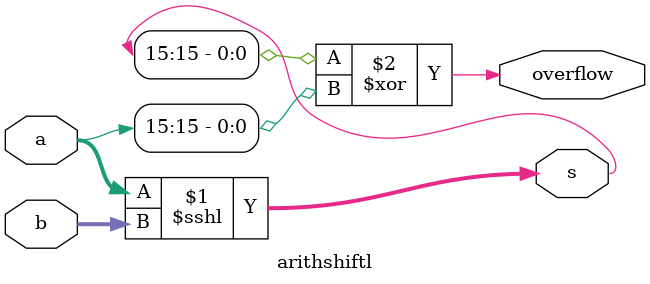
<source format=v>
`timescale 1ns / 1ps
module arithshiftl(a, b, s, overflow);

	input signed [15:0] a, b;
	output signed [15:0] s;
	output overflow;
	
//	wire sign;
//	assign sign = s[15];
//	wire [15:0] mask = 16'b0111111111111111;
//	
//	assign s = (a <<< b) & mask;
//	assign s[15] = sign <<< 15;
	
	wire [15:0] temp;
	assign s = a <<< b;
	assign overflow = s[15] ^ a[15];
	
endmodule

</source>
